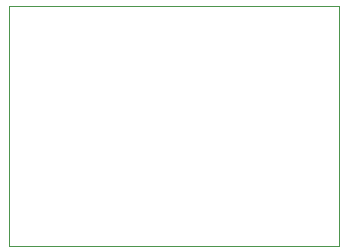
<source format=gbr>
%TF.GenerationSoftware,KiCad,Pcbnew,8.0.6*%
%TF.CreationDate,2024-11-12T13:12:49-05:00*%
%TF.ProjectId,lora_breakout,6c6f7261-5f62-4726-9561-6b6f75742e6b,rev?*%
%TF.SameCoordinates,Original*%
%TF.FileFunction,Profile,NP*%
%FSLAX46Y46*%
G04 Gerber Fmt 4.6, Leading zero omitted, Abs format (unit mm)*
G04 Created by KiCad (PCBNEW 8.0.6) date 2024-11-12 13:12:49*
%MOMM*%
%LPD*%
G01*
G04 APERTURE LIST*
%TA.AperFunction,Profile*%
%ADD10C,0.050000*%
%TD*%
G04 APERTURE END LIST*
D10*
X125730000Y-74930000D02*
X153670000Y-74930000D01*
X153670000Y-95250000D01*
X125730000Y-95250000D01*
X125730000Y-74930000D01*
M02*

</source>
